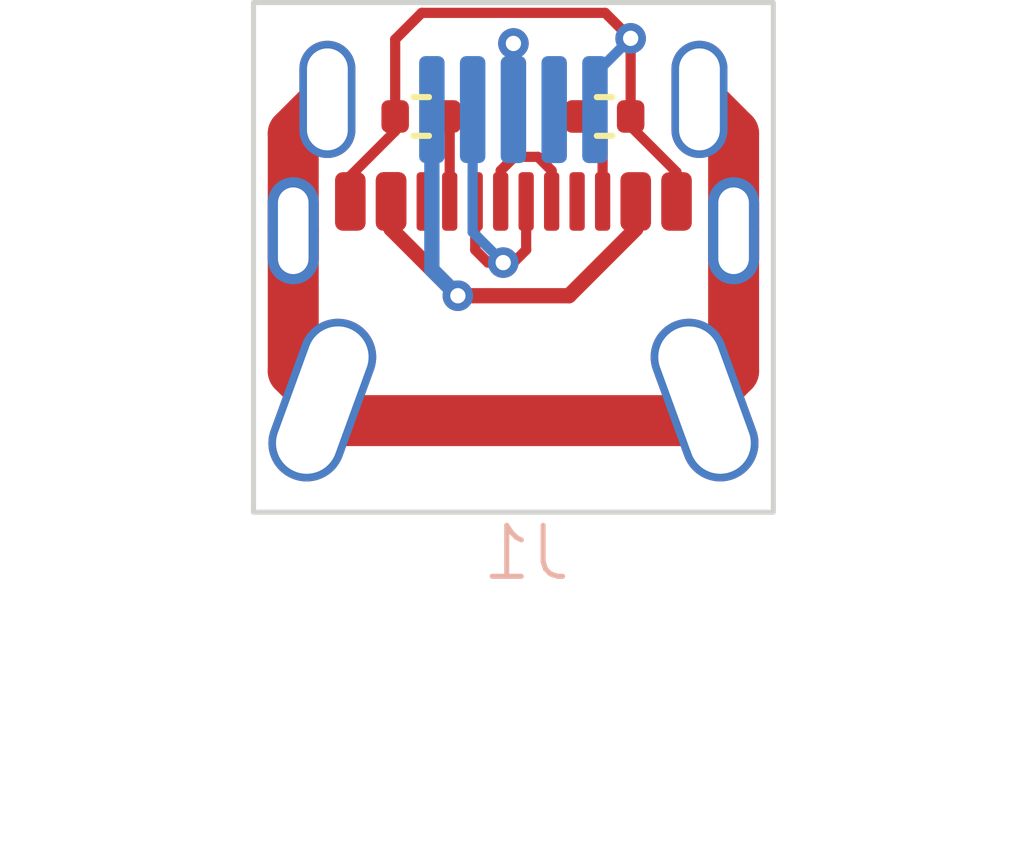
<source format=kicad_pcb>
(kicad_pcb (version 20221018) (generator pcbnew)
  (layers (0 "F.Cu" signal) (31 "B.Cu" signal) (34 "B.Paste" user) (35 "F.Paste" user) (36 "B.SilkS" user "B.Silkscreen") (37 "F.SilkS" user "F.Silkscreen") (38 "B.Mask" user) (39 "F.Mask" user) (44 "Edge.Cuts" user))
  (net 0 "")
  (net 1 "GND")
  (net 2 "/VBUS")
  (net 3 "Net-(J2-CC1)")
  (net 4 "/D+")
  (net 5 "/D-")
  (net 7 "Net-(J2-CC2)")
  (net 9 "/SHIELD")
  (footprint "usb4105_modify:usb4105" (layer "F.Cu") (at 187.98 39.92)
    (fp_text reference "J2" hide)
    (fp_text value "USB_C_Receptacle_USB2.0")
    (pad "" np_thru_hole circle (at -2.87 -8.445) (size 0.65 0.65) (drill 0.65) (layers "F&B.Cu" "*.Mask"))
    (pad "" np_thru_hole circle (at 2.91 -8.445) (size 0.65 0.65) (drill 0.65) (layers "F&B.Cu" "*.Mask"))
    (pad "A4" smd roundrect (at -2.38 -9.52) (size 0.6 1.15) (layers "F.Cu" "F.Paste" "F.Mask") (net 2 "/VBUS"))
    (pad "A5" smd roundrect (at -1.23 -9.52) (size 0.3 1.15) (layers "F.Cu" "F.Paste" "F.Mask") (net 3 "Net-(J2-CC1)"))
    (pad "A6" smd roundrect (at -0.23 -9.52) (size 0.3 1.15) (layers "F.Cu" "F.Paste" "F.Mask") (net 4 "/D+"))
    (pad "A7" smd roundrect (at 0.27 -9.52) (size 0.3 1.15) (layers "F.Cu" "F.Paste" "F.Mask") (net 5 "/D-"))
    (pad "A8" smd roundrect (at 1.27 -9.52) (size 0.3 1.15) (layers "F.Cu" "F.Paste" "F.Mask"))
    (pad "A12" smd roundrect (at 3.22 -9.52) (size 0.6 1.15) (layers "F.Cu" "F.Paste" "F.Mask") (net 1 "GND"))
    (pad "B4" smd roundrect (at 2.42 -9.52) (size 0.6 1.15) (layers "F.Cu" "F.Paste" "F.Mask") (net 2 "/VBUS"))
    (pad "B5" smd roundrect (at 1.77 -9.52) (size 0.3 1.15) (layers "F.Cu" "F.Paste" "F.Mask") (net 7 "Net-(J2-CC2)"))
    (pad "B6" smd roundrect (at 0.77 -9.52) (size 0.3 1.15) (layers "F.Cu" "F.Paste" "F.Mask") (net 4 "/D+"))
    (pad "B7" smd roundrect (at -0.73 -9.52) (size 0.3 1.15) (layers "F.Cu" "F.Paste" "F.Mask") (net 5 "/D-"))
    (pad "B8" smd roundrect (at -1.73 -9.52) (size 0.3 1.15) (layers "F.Cu" "F.Paste" "F.Mask"))
    (pad "B9" smd roundrect (at -2.38 -9.52) (size 0.6 1.15) (layers "F.Cu" "F.Paste" "F.Mask") (net 2 "/VBUS"))
    (pad "B12" smd roundrect (at -3.18 -9.52) (size 0.6 1.15) (layers "F.Cu" "F.Paste" "F.Mask") (net 1 "GND"))
    (pad "S1" thru_hole oval (at -4.3 -8.945) (size 1 2.1) (drill oval 0.6 1.7) (layers "*.Cu" "*.Mask" "F.Paste") (net 9 "/SHIELD"))
    (pad "S1" thru_hole oval (at 4.34 -8.945) (size 1 2.1) (drill oval 0.6 1.7) (layers "*.Cu" "*.Mask" "F.Paste") (net 9 "/SHIELD"))
  )
  (footprint "Resistor_SMD:R_0402_1005Metric" (layer "F.Cu") (at 189.79 28.7325)
    (fp_text reference "R2" hide)
    (fp_text value "5.1k")
    (fp_line (start -0.153641 -0.38) (end 0.153641 -0.38) (stroke (width 0.12)) (layer "F.SilkS"))
    (fp_line (start -0.153641 0.38) (end 0.153641 0.38) (stroke (width 0.12)) (layer "F.SilkS"))
    (pad "1" smd roundrect (at -0.51 0) (size 0.54 0.64) (layers "F.Cu" "F.Paste" "F.Mask") (net 7 "Net-(J2-CC2)"))
    (pad "2" smd roundrect (at 0.51 0) (size 0.54 0.64) (layers "F.Cu" "F.Paste" "F.Mask") (net 1 "GND"))
  )
  (footprint "Resistor_SMD:R_0402_1005Metric" (layer "F.Cu") (at 186.19 28.7325 180)
    (fp_text reference "R1" hide)
    (fp_text value "5.1k")
    (fp_line (start -0.153641 -0.38) (end 0.153641 -0.38) (stroke (width 0.12)) (layer "F.SilkS"))
    (fp_line (start -0.153641 0.38) (end 0.153641 0.38) (stroke (width 0.12)) (layer "F.SilkS"))
    (pad "1" smd roundrect (at -0.51 0 180) (size 0.54 0.64) (layers "F.Cu" "F.Paste" "F.Mask") (net 3 "Net-(J2-CC1)"))
    (pad "2" smd roundrect (at 0.51 0 180) (size 0.54 0.64) (layers "F.Cu" "F.Paste" "F.Mask") (net 1 "GND"))
  )
  (footprint "ti84_mini_usb:ti84_mini_usb" (layer "B.Cu") (at 188.25 38.1975 180)
    (fp_text reference "J1" (at 0 0.9 unlocked) (layer "B.SilkS") (effects (font (thickness 0.1)) (justify mirror)))
    (fp_text value "USB_OTG")
    (pad "1" smd roundrect (at 1.85 9.6 180) (size 0.5 2.1) (layers "B.Cu" "B.Paste" "B.Mask") (net 2 "/VBUS"))
    (pad "2" smd roundrect (at 1.05 9.6 180) (size 0.5 2.1) (layers "B.Cu" "B.Paste" "B.Mask") (net 5 "/D-"))
    (pad "3" smd roundrect (at 0.25 9.6 180) (size 0.5 2.1) (layers "B.Cu" "B.Paste" "B.Mask") (net 4 "/D+"))
    (pad "4" smd roundrect (at -0.55 9.6 180) (size 0.5 2.1) (layers "B.Cu" "B.Paste" "B.Mask"))
    (pad "5" smd roundrect (at -1.35 9.6 180) (size 0.5 2.1) (layers "B.Cu" "B.Paste" "B.Mask") (net 1 "GND"))
    (pad "6" thru_hole oval (at -3.5 3.9 200) (size 1.5 3.3) (drill oval 1.2 3) (layers "*.Cu" "*.Mask") (net 9 "/SHIELD"))
    (pad "6" thru_hole oval (at -3.4 9.8 180) (size 1.1 2.3) (drill oval 0.8 2) (layers "*.Cu" "*.Mask") (net 9 "/SHIELD"))
    (pad "6" thru_hole oval (at 3.9 9.8 180) (size 1.1 2.3) (drill oval 0.8 2) (layers "*.Cu" "*.Mask") (net 9 "/SHIELD"))
    (pad "6" thru_hole oval (at 4 3.9 160) (size 1.5 3.3) (drill oval 1.2 3) (layers "*.Cu" "*.Mask") (net 9 "/SHIELD"))
  )
  (gr_rect (start 182.9 26.4975) (end 193.1 36.4975) (stroke (width 0.1)) (fill none) (layer "Edge.Cuts"))
  (segment (start 191.2 29.825) (end 190.3 28.925) (width 0.2) (layer "F.Cu") (net 1))
  (segment (start 185.68 27.22) (end 186.2 26.7) (width 0.2) (layer "F.Cu") (net 1))
  (segment (start 189.8 26.7) (end 190.3 27.2) (width 0.2) (layer "F.Cu") (net 1))
  (segment (start 184.8 30.4) (end 184.8 29.9) (width 0.2) (layer "F.Cu") (net 1))
  (segment (start 184.8 29.9) (end 185.68 29.02) (width 0.2) (layer "F.Cu") (net 1))
  (segment (start 185.68 28.7325) (end 185.68 27.22) (width 0.2) (layer "F.Cu") (net 1))
  (segment (start 190.3 28.925) (end 190.3 28.7325) (width 0.2) (layer "F.Cu") (net 1))
  (segment (start 185.68 29.02) (end 185.68 28.7325) (width 0.2) (layer "F.Cu") (net 1))
  (segment (start 191.2 30.4) (end 191.2 29.825) (width 0.2) (layer "F.Cu") (net 1))
  (segment (start 186.2 26.7) (end 189.8 26.7) (width 0.2) (layer "F.Cu") (net 1))
  (segment (start 190.3 27.2) (end 190.3 28.7325) (width 0.2) (layer "F.Cu") (net 1))
  (via (at 190.3 27.2) (size 0.6) (drill 0.3) (layers "F.Cu" "B.Cu") (net 1))
  (segment (start 189.6 27.9) (end 190.3 27.2) (width 0.2) (layer "B.Cu") (net 1))
  (segment (start 189.6 28.5975) (end 189.6 27.9) (width 0.2) (layer "B.Cu") (net 1))
  (segment (start 190.4 30.939695) (end 190.4 30.4) (width 0.3) (layer "F.Cu") (net 2))
  (segment (start 186.910305 32.25) (end 185.6 30.939695) (width 0.3) (layer "F.Cu") (net 2))
  (segment (start 189.089695 32.25) (end 190.4 30.939695) (width 0.3) (layer "F.Cu") (net 2))
  (segment (start 186.910305 32.25) (end 189.089695 32.25) (width 0.3) (layer "F.Cu") (net 2))
  (segment (start 185.6 30.939695) (end 185.6 30.4) (width 0.3) (layer "F.Cu") (net 2))
  (via (at 186.910305 32.25) (size 0.6) (drill 0.3) (layers "F.Cu" "B.Cu") (net 2))
  (segment (start 186.910305 32.25) (end 186.4 31.739695) (width 0.3) (layer "B.Cu") (net 2))
  (segment (start 186.4 31.739695) (end 186.4 28.5975) (width 0.3) (layer "B.Cu") (net 2))
  (segment (start 186.75 28.7825) (end 186.7 28.7325) (width 0.2) (layer "F.Cu") (net 3))
  (segment (start 186.75 30.4) (end 186.75 28.7825) (width 0.2) (layer "F.Cu") (net 3))
  (segment (start 188.75 29.79467) (end 188.75 30.4) (width 0.2) (layer "F.Cu") (net 4))
  (segment (start 187.75 30.4) (end 187.75 29.79467) (width 0.2) (layer "F.Cu") (net 4))
  (segment (start 188 29.50533) (end 188.01967 29.525) (width 0.2) (layer "F.Cu") (net 4))
  (segment (start 188.01967 29.525) (end 188.48033 29.525) (width 0.2) (layer "F.Cu") (net 4))
  (segment (start 187.75 29.79467) (end 188.01967 29.525) (width 0.2) (layer "F.Cu") (net 4))
  (segment (start 188.48033 29.525) (end 188.75 29.79467) (width 0.2) (layer "F.Cu") (net 4))
  (segment (start 188 27.3) (end 188 29.50533) (width 0.2) (layer "F.Cu") (net 4))
  (via (at 188 27.3) (size 0.6) (drill 0.3) (layers "F.Cu" "B.Cu") (net 4))
  (segment (start 188 28.5975) (end 188 27.3) (width 0.2) (layer "B.Cu") (net 4))
  (segment (start 187.25 31.35) (end 187.25 30.4) (width 0.2) (layer "F.Cu") (net 5))
  (segment (start 187.8 31.6) (end 187.5 31.6) (width 0.2) (layer "F.Cu") (net 5))
  (segment (start 187.5 31.6) (end 187.25 31.35) (width 0.2) (layer "F.Cu") (net 5))
  (segment (start 188.25 31.35) (end 188.25 30.4) (width 0.2) (layer "F.Cu") (net 5))
  (segment (start 187.8 31.6) (end 188 31.6) (width 0.2) (layer "F.Cu") (net 5))
  (segment (start 188 31.6) (end 188.25 31.35) (width 0.2) (layer "F.Cu") (net 5))
  (via (at 187.8 31.6) (size 0.6) (drill 0.3) (layers "F.Cu" "B.Cu") (net 5))
  (segment (start 187.8 31.6) (end 187.2 31) (width 0.2) (layer "B.Cu") (net 5))
  (segment (start 187.2 31) (end 187.2 28.5975) (width 0.2) (layer "B.Cu") (net 5))
  (segment (start 189.75 30.4) (end 189.75 29.2025) (width 0.2) (layer "F.Cu") (net 7))
  (segment (start 189.75 29.2025) (end 189.28 28.7325) (width 0.2) (layer "F.Cu") (net 7))
  (segment (start 183.68 33.7275) (end 184.6525 34.7) (width 1) (layer "F.Cu") (net 9))
  (segment (start 184.35 28.3975) (end 183.68 29.0675) (width 1) (layer "F.Cu") (net 9))
  (segment (start 184.6525 34.7) (end 191.3475 34.7) (width 1) (layer "F.Cu") (net 9))
  (segment (start 191.3475 34.7) (end 192.32 33.7275) (width 1) (layer "F.Cu") (net 9))
  (segment (start 191.65 28.3975) (end 192.32 29.0675) (width 1) (layer "F.Cu") (net 9))
  (segment (start 192.32 29.0675) (end 192.32 30.975) (width 1) (layer "F.Cu") (net 9))
  (segment (start 183.68 30.975) (end 183.68 33.7275) (width 1) (layer "F.Cu") (net 9))
  (segment (start 192.32 33.7275) (end 192.32 30.975) (width 1) (layer "F.Cu") (net 9))
  (segment (start 183.68 29.0675) (end 183.68 30.975) (width 1) (layer "F.Cu") (net 9))
)
</source>
